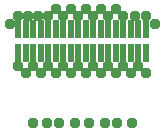
<source format=gbs>
G75*
%MOIN*%
%OFA0B0*%
%FSLAX25Y25*%
%IPPOS*%
%LPD*%
%AMOC8*
5,1,8,0,0,1.08239X$1,22.5*
%
%ADD10R,0.02484X0.05984*%
%ADD11C,0.03772*%
D10*
X0033010Y0028634D03*
X0035510Y0028634D03*
X0038010Y0028634D03*
X0040510Y0028634D03*
X0043010Y0028634D03*
X0045510Y0028634D03*
X0048010Y0028634D03*
X0050510Y0028634D03*
X0053010Y0028634D03*
X0055510Y0028634D03*
X0058010Y0028634D03*
X0060510Y0028634D03*
X0063010Y0028634D03*
X0065510Y0028634D03*
X0068010Y0028634D03*
X0070510Y0028634D03*
X0073010Y0028634D03*
X0075510Y0028634D03*
X0075510Y0036634D03*
X0073010Y0036634D03*
X0070510Y0036634D03*
X0068010Y0036634D03*
X0065510Y0036634D03*
X0063010Y0036634D03*
X0060510Y0036634D03*
X0058010Y0036634D03*
X0055510Y0036634D03*
X0053010Y0036634D03*
X0050510Y0036634D03*
X0048010Y0036634D03*
X0045510Y0036634D03*
X0043010Y0036634D03*
X0040510Y0036634D03*
X0038010Y0036634D03*
X0035510Y0036634D03*
X0033010Y0036634D03*
D11*
X0037764Y0005173D03*
X0042686Y0005193D03*
X0046623Y0005193D03*
X0052016Y0005173D03*
X0056465Y0005173D03*
X0061859Y0005173D03*
X0065815Y0005173D03*
X0070737Y0005173D03*
X0070560Y0022024D03*
X0073040Y0024248D03*
X0075560Y0022024D03*
X0068040Y0024248D03*
X0065560Y0022024D03*
X0063040Y0024248D03*
X0060560Y0022024D03*
X0058040Y0024248D03*
X0055560Y0022024D03*
X0053040Y0024248D03*
X0050560Y0022024D03*
X0048040Y0024248D03*
X0045560Y0022024D03*
X0043040Y0024248D03*
X0040560Y0022024D03*
X0038040Y0024248D03*
X0035560Y0022024D03*
X0033040Y0024248D03*
X0030087Y0038323D03*
X0032941Y0041020D03*
X0036288Y0041020D03*
X0039674Y0041020D03*
X0042961Y0041020D03*
X0045481Y0043244D03*
X0047961Y0041020D03*
X0050481Y0043244D03*
X0052961Y0041020D03*
X0055481Y0043244D03*
X0057961Y0041020D03*
X0060481Y0043244D03*
X0062961Y0041020D03*
X0065481Y0043244D03*
X0067961Y0041020D03*
X0071741Y0041020D03*
X0075481Y0041020D03*
X0078434Y0038362D03*
M02*

</source>
